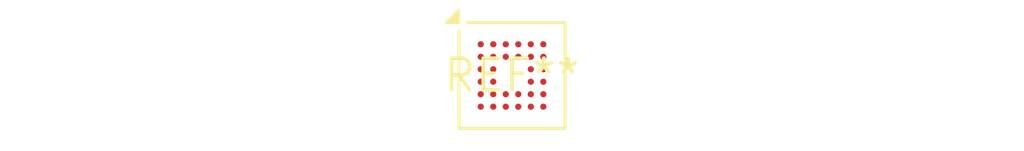
<source format=kicad_pcb>
(kicad_pcb (version 20240108) (generator pcbnew)
  (layers (0 "F.Cu" signal) (31 "B.Cu" signal) (34 "B.Paste" user) (35 "F.Paste" user) (36 "B.SilkS" user "B.Silkscreen") (37 "F.SilkS" user "F.Silkscreen") (38 "B.Mask" user) (39 "F.Mask" user) (44 "Edge.Cuts" user))
  (net 0 "")
  (footprint "UFBGA-32_4.0x4.0mm_Layout6x6_P0.5mm" (layer "F.Cu") (at 0 0)
    (property "Reference" "REF**")
    (property "Value" "UFBGA-32_4.0x4.0mm_Layout6x6_P0.5mm")
    (fp_line (start -2.12 -1.8) (end -2.12 2.12) (layer "F.SilkS") (stroke (width 0.12)))
    (fp_line (start -2.12 2.12) (end 2.12 2.12) (layer "F.SilkS") (stroke (width 0.12)))
    (fp_line (start 2.12 -2.12) (end -1.8 -2.12) (layer "F.SilkS") (stroke (width 0.12)))
    (fp_line (start 2.12 2.12) (end 2.12 -2.12) (layer "F.SilkS") (stroke (width 0.12)))
    (fp_poly (pts (xy -2.12 -2.12) (xy -2.62 -2.12) (xy -2.12 -2.62) (xy -2.12 -2.12)) (layer "F.SilkS") (stroke (width 0.12)) (fill solid))
    (pad "A1" smd circle (at -1.25 -1.25) (size 0.25 0.25) (property pad_prop_bga) (layers "F.Cu" "F.Paste" "F.Mask"))
    (pad "A2" smd circle (at -0.75 -1.25) (size 0.25 0.25) (property pad_prop_bga) (layers "F.Cu" "F.Paste" "F.Mask"))
    (pad "A3" smd circle (at -0.25 -1.25) (size 0.25 0.25) (property pad_prop_bga) (layers "F.Cu" "F.Paste" "F.Mask"))
    (pad "A4" smd circle (at 0.25 -1.25) (size 0.25 0.25) (property pad_prop_bga) (layers "F.Cu" "F.Paste" "F.Mask"))
    (pad "A5" smd circle (at 0.75 -1.25) (size 0.25 0.25) (property pad_prop_bga) (layers "F.Cu" "F.Paste" "F.Mask"))
    (pad "A6" smd circle (at 1.25 -1.25) (size 0.25 0.25) (property pad_prop_bga) (layers "F.Cu" "F.Paste" "F.Mask"))
    (pad "B1" smd circle (at -1.25 -0.75) (size 0.25 0.25) (property pad_prop_bga) (layers "F.Cu" "F.Paste" "F.Mask"))
    (pad "B2" smd circle (at -0.75 -0.75) (size 0.25 0.25) (property pad_prop_bga) (layers "F.Cu" "F.Paste" "F.Mask"))
    (pad "B3" smd circle (at -0.25 -0.75) (size 0.25 0.25) (property pad_prop_bga) (layers "F.Cu" "F.Paste" "F.Mask"))
    (pad "B4" smd circle (at 0.25 -0.75) (size 0.25 0.25) (property pad_prop_bga) (layers "F.Cu" "F.Paste" "F.Mask"))
    (pad "B5" smd circle (at 0.75 -0.75) (size 0.25 0.25) (property pad_prop_bga) (layers "F.Cu" "F.Paste" "F.Mask"))
    (pad "B6" smd circle (at 1.25 -0.75) (size 0.25 0.25) (property pad_prop_bga) (layers "F.Cu" "F.Paste" "F.Mask"))
    (pad "C1" smd circle (at -1.25 -0.25) (size 0.25 0.25) (property pad_prop_bga) (layers "F.Cu" "F.Paste" "F.Mask"))
    (pad "C2" smd circle (at -0.75 -0.25) (size 0.25 0.25) (property pad_prop_bga) (layers "F.Cu" "F.Paste" "F.Mask"))
    (pad "C5" smd circle (at 0.75 -0.25) (size 0.25 0.25) (property pad_prop_bga) (layers "F.Cu" "F.Paste" "F.Mask"))
    (pad "C6" smd circle (at 1.25 -0.25) (size 0.25 0.25) (property pad_prop_bga) (layers "F.Cu" "F.Paste" "F.Mask"))
    (pad "D1" smd circle (at -1.25 0.25) (size 0.25 0.25) (property pad_prop_bga) (layers "F.Cu" "F.Paste" "F.Mask"))
    (pad "D2" smd circle (at -0.75 0.25) (size 0.25 0.25) (property pad_prop_bga) (layers "F.Cu" "F.Paste" "F.Mask"))
    (pad "D5" smd circle (at 0.75 0.25) (size 0.25 0.25) (property pad_prop_bga) (layers "F.Cu" "F.Paste" "F.Mask"))
    (pad "D6" smd circle (at 1.25 0.25) (size 0.25 0.25) (property pad_prop_bga) (layers "F.Cu" "F.Paste" "F.Mask"))
    (pad "E1" smd circle (at -1.25 0.75) (size 0.25 0.25) (property pad_prop_bga) (layers "F.Cu" "F.Paste" "F.Mask"))
    (pad "E2" smd circle (at -0.75 0.75) (size 0.25 0.25) (property pad_prop_bga) (layers "F.Cu" "F.Paste" "F.Mask"))
    (pad "E3" smd circle (at -0.25 0.75) (size 0.25 0.25) (property pad_prop_bga) (layers "F.Cu" "F.Paste" "F.Mask"))
    (pad "E4" smd circle (at 0.25 0.75) (size 0.25 0.25) (property pad_prop_bga) (layers "F.Cu" "F.Paste" "F.Mask"))
    (pad "E5" smd circle (at 0.75 0.75) (size 0.25 0.25) (property pad_prop_bga) (layers "F.Cu" "F.Paste" "F.Mask"))
    (pad "E6" smd circle (at 1.25 0.75) (size 0.25 0.25) (property pad_prop_bga) (layers "F.Cu" "F.Paste" "F.Mask"))
    (pad "F1" smd circle (at -1.25 1.25) (size 0.25 0.25) (property pad_prop_bga) (layers "F.Cu" "F.Paste" "F.Mask"))
    (pad "F2" smd circle (at -0.75 1.25) (size 0.25 0.25) (property pad_prop_bga) (layers "F.Cu" "F.Paste" "F.Mask"))
    (pad "F3" smd circle (at -0.25 1.25) (size 0.25 0.25) (property pad_prop_bga) (layers "F.Cu" "F.Paste" "F.Mask"))
    (pad "F4" smd circle (at 0.25 1.25) (size 0.25 0.25) (property pad_prop_bga) (layers "F.Cu" "F.Paste" "F.Mask"))
    (pad "F5" smd circle (at 0.75 1.25) (size 0.25 0.25) (property pad_prop_bga) (layers "F.Cu" "F.Paste" "F.Mask"))
    (pad "F6" smd circle (at 1.25 1.25) (size 0.25 0.25) (property pad_prop_bga) (layers "F.Cu" "F.Paste" "F.Mask"))
  )
)
</source>
